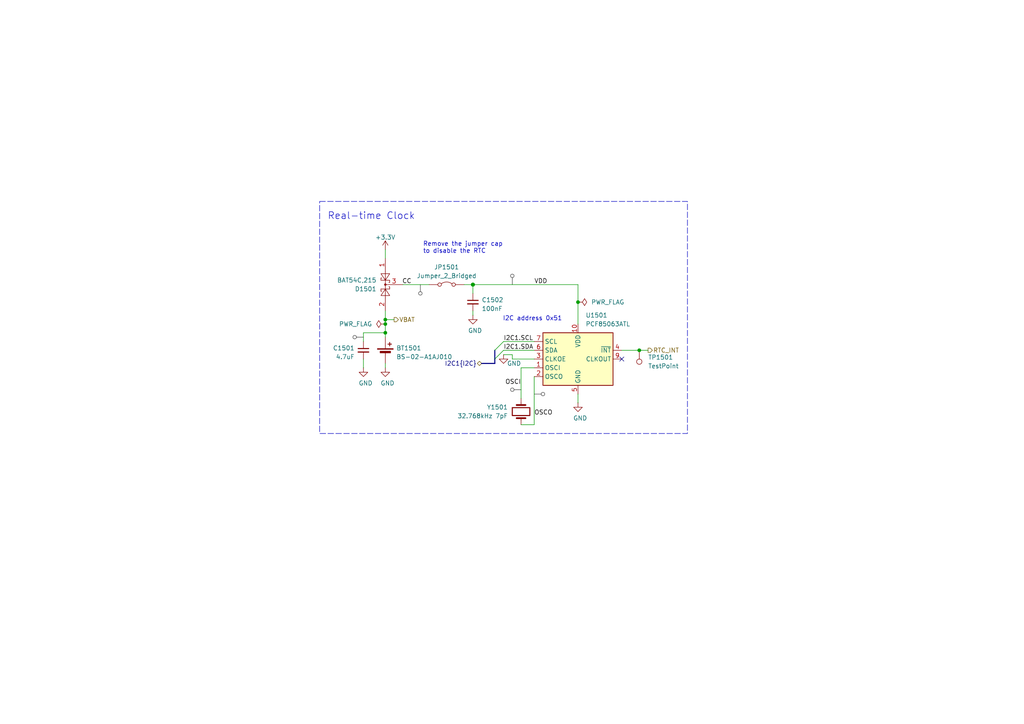
<source format=kicad_sch>
(kicad_sch (version 20250114) (generator "eeschema") (generator_version "9.0")
  (paper "A4")
  (title_block (title "HALPI2") (date "2025-01-26") (rev "v0.0.1") (company "Hat Labs Oy") (comment 1 "https://ohwr.org/cern_ohl_s_v2.pdf") (comment 2 "To view a copy of this license, visit ") (comment 3 "HALPI2 is licensed under CERN-OHL-S v2."))
  (lib_symbols
    (symbol "Connector:TestPoint" (pin_numbers (hide yes)) (pin_names (offset 0.762) (hide yes))
      (property "Reference" "TP" (at 0 6.858 0))
      (property "Value" "TestPoint" (at 0 5.08 0))
      (symbol "TestPoint_0_1"
        (circle (center 0 3.302) (radius 0.762))
      )
      (symbol "TestPoint_1_1"
        (pin passive line (at 0 0 90) (length 2.54) (name "1") (number "1"))
      )
    )
    (symbol "Device:Battery_Cell" (pin_numbers (hide yes)) (pin_names (offset 0) (hide yes))
      (property "Reference" "BT" (at 2.54 2.54 0))
      (property "Value" "Battery_Cell" (at 2.54 0 0))
      (symbol "Battery_Cell_0_1"
        (rectangle (start -2.286 1.778) (end 2.286 1.524) (fill (type outline)))
        (rectangle (start -1.524 1.016) (end 1.524 0.508) (fill (type outline)))
        (polyline (pts (xy 0 1.778) (xy 0 2.54)))
        (polyline (pts (xy 0 0.762) (xy 0 0)))
        (polyline (pts (xy 0.762 3.048) (xy 1.778 3.048)) (stroke (width 0.254)))
        (polyline (pts (xy 1.27 3.556) (xy 1.27 2.54)) (stroke (width 0.254)))
      )
      (symbol "Battery_Cell_1_1"
        (pin passive line (at 0 5.08 270) (length 2.54) (name "+") (number "1"))
        (pin passive line (at 0 -2.54 90) (length 2.54) (name "-") (number "2"))
      )
    )
    (symbol "Device:C_Small" (pin_numbers (hide yes)) (pin_names (offset 0.254) (hide yes))
      (property "Reference" "C" (at 0.254 1.778 0))
      (property "Value" "C_Small" (at 0.254 -2.032 0))
      (symbol "C_Small_0_1"
        (polyline (pts (xy -1.524 0.508) (xy 1.524 0.508)) (stroke (width 0.3048)))
        (polyline (pts (xy -1.524 -0.508) (xy 1.524 -0.508)) (stroke (width 0.3302)))
      )
      (symbol "C_Small_1_1"
        (pin passive line (at 0 2.54 270) (length 2.032) (name "~") (number "1"))
        (pin passive line (at 0 -2.54 90) (length 2.032) (name "~") (number "2"))
      )
    )
    (symbol "Device:Crystal" (pin_numbers (hide yes)) (pin_names (offset 1.016) (hide yes))
      (property "Reference" "Y" (at 0 3.81 0))
      (property "Value" "Crystal" (at 0 -3.81 0))
      (symbol "Crystal_0_1"
        (polyline (pts (xy -2.54 0) (xy -1.905 0)))
        (polyline (pts (xy -1.905 -1.27) (xy -1.905 1.27)) (stroke (width 0.508)))
        (rectangle (start -1.143 2.54) (end 1.143 -2.54) (stroke (width 0.3048)))
        (polyline (pts (xy 1.905 -1.27) (xy 1.905 1.27)) (stroke (width 0.508)))
        (polyline (pts (xy 2.54 0) (xy 1.905 0)))
      )
      (symbol "Crystal_1_1"
        (pin passive line (at -3.81 0 0) (length 1.27) (name "1") (number "1"))
        (pin passive line (at 3.81 0 180) (length 1.27) (name "2") (number "2"))
      )
    )
    (symbol "Diode:BAT54C" (pin_names (offset 1.016))
      (property "Reference" "D" (at 0.635 -3.81 0))
      (property "Value" "BAT54C" (at -6.35 3.175 0))
      (symbol "BAT54C_0_1"
        (polyline (pts (xy -3.175 -1.27) (xy -3.175 1.27) (xy -1.27 0) (xy -3.175 -1.27)))
        (polyline (pts (xy -1.905 1.27) (xy -1.905 1.016)))
        (polyline (pts (xy -1.905 0) (xy 1.905 0)))
        (polyline (pts (xy -1.27 1.27) (xy -1.27 -1.27)))
        (polyline (pts (xy -1.27 1.27) (xy -1.905 1.27)))
        (polyline (pts (xy -1.27 0) (xy -3.81 0)))
        (polyline (pts (xy -1.27 -1.27) (xy -0.635 -1.27)))
        (polyline (pts (xy -0.635 -1.27) (xy -0.635 -1.016)))
        (circle (center 0 0) (radius 0.254) (fill (type outline)))
        (polyline (pts (xy 0.635 -1.27) (xy 0.635 -1.016)))
        (polyline (pts (xy 1.27 1.27) (xy 1.27 -1.27)))
        (polyline (pts (xy 1.27 1.27) (xy 1.905 1.27)))
        (polyline (pts (xy 1.27 -1.27) (xy 0.635 -1.27)))
        (polyline (pts (xy 1.905 1.27) (xy 1.905 1.016)))
        (polyline (pts (xy 3.175 -1.27) (xy 3.175 1.27) (xy 1.27 0) (xy 3.175 -1.27)))
        (polyline (pts (xy 3.81 0) (xy 1.27 0)))
      )
      (symbol "BAT54C_1_1"
        (pin passive line (at -7.62 0 0) (length 3.81) (name "~") (number "1"))
        (pin passive line (at 0 -5.08 90) (length 5.08) (name "~") (number "3"))
        (pin passive line (at 7.62 0 180) (length 3.81) (name "~") (number "2"))
      )
    )
    (symbol "Hatlabs:Timer_RTC_PCF85063ATL"
      (property "Reference" "U" (at -10.16 8.89 0))
      (property "Value" "Timer_RTC_PCF85063ATL" (at 6.35 -8.89 0))
      (symbol "Timer_RTC_PCF85063ATL_0_1"
        (rectangle (start -10.16 7.62) (end 10.16 -7.62) (stroke (width 0.254)) (fill (type background)))
      )
      (symbol "Timer_RTC_PCF85063ATL_1_1"
        (pin input line (at -12.7 5.08 0) (length 2.54) (name "SCL") (number "7"))
        (pin bidirectional line (at -12.7 2.54 0) (length 2.54) (name "SDA") (number "6"))
        (pin input line (at -12.7 0 0) (length 2.54) (name "CLKOE") (number "3"))
        (pin input line (at -12.7 -2.54 0) (length 2.54) (name "OSCI") (number "1"))
        (pin output line (at -12.7 -5.08 0) (length 2.54) (name "OSCO") (number "2"))
        (pin power_in line (at 0 10.16 270) (length 2.54) (name "VDD") (number "10"))
        (pin power_in line (at 0 -10.16 90) (length 2.54) (hide yes) (name "GND") (number "11"))
        (pin power_in line (at 0 -10.16 90) (length 2.54) (name "GND") (number "5"))
        (pin no_connect line (at 12.7 5.08 180) (length 2.54) (hide yes) (name "NC") (number "8"))
        (pin output line (at 12.7 2.54 180) (length 2.54) (name "~{INT}") (number "4"))
        (pin output line (at 12.7 0 180) (length 2.54) (name "CLKOUT") (number "9"))
      )
    )
    (symbol "Jumper:Jumper_2_Bridged" (pin_numbers (hide yes)) (pin_names (offset 0) (hide yes)) (exclude_from_sim yes)
      (property "Reference" "JP" (at 0 1.905 0))
      (property "Value" "Jumper_2_Bridged" (at 0 -2.54 0))
      (symbol "Jumper_2_Bridged_0_0"
        (circle (center -2.032 0) (radius 0.508))
        (circle (center 2.032 0) (radius 0.508))
      )
      (symbol "Jumper_2_Bridged_0_1"
        (arc (start -1.524 0.254) (mid 0 0.762) (end 1.524 0.254))
      )
      (symbol "Jumper_2_Bridged_1_1"
        (pin passive line (at -5.08 0 0) (length 2.54) (name "A") (number "1"))
        (pin passive line (at 5.08 0 180) (length 2.54) (name "B") (number "2"))
      )
    )
    (symbol "power:+3.3V" (power) (pin_numbers (hide yes)) (pin_names (offset 0) (hide yes))
      (property "Value" "+3.3V" (at 0 3.556 0))
      (symbol "+3.3V_0_1"
        (polyline (pts (xy -0.762 1.27) (xy 0 2.54)))
        (polyline (pts (xy 0 2.54) (xy 0.762 1.27)))
        (polyline (pts (xy 0 0) (xy 0 2.54)))
      )
      (symbol "+3.3V_1_1"
        (pin power_in line (at 0 0 90) (length 0) (name "~") (number "1"))
      )
    )
    (symbol "power:GND" (power) (pin_numbers (hide yes)) (pin_names (offset 0) (hide yes))
      (property "Value" "GND" (at 0 -3.81 0))
      (symbol "GND_0_1"
        (polyline (pts (xy 0 0) (xy 0 -1.27) (xy 1.27 -1.27) (xy 0 -2.54) (xy -1.27 -1.27) (xy 0 -1.27)))
      )
      (symbol "GND_1_1"
        (pin power_in line (at 0 0 270) (length 0) (name "~") (number "1"))
      )
    )
    (symbol "power:PWR_FLAG" (power) (pin_numbers (hide yes)) (pin_names (offset 0) (hide yes))
      (property "Value" "PWR_FLAG" (at 0 3.81 0))
      (symbol "PWR_FLAG_0_0"
        (pin power_out line (at 0 0 90) (length 0) (name "~") (number "1"))
      )
      (symbol "PWR_FLAG_0_1"
        (polyline (pts (xy 0 0) (xy 0 1.27) (xy -1.016 1.905) (xy 0 2.54) (xy 1.016 1.905) (xy 0 1.27)))
      )
    )
  )
  (rectangle (start 92.71 58.42) (end 199.39 125.73) (stroke (width 0) (type dash)))
  (text "I2C address 0x51" (at 163.068 93.218 0) (effects (font (size 1.27 1.27)) (justify right bottom)))
  (text "Real-time Clock" (at 107.696 62.738 0) (effects (font (size 2 2))))
  (text "Remove the jumper cap\nto disable the RTC" (at 122.682 73.66 0) (effects (font (size 1.27 1.27)) (justify left bottom)))
  (junction (at 137.16 82.55) (diameter 1.016))
  (junction (at 111.76 93.98))
  (junction (at 111.76 96.52))
  (junction (at 111.76 92.71))
  (junction (at 167.64 87.63))
  (junction (at 185.42 101.6))
  (no_connect (at 180.34 104.14))
  (bus_entry (at 143.51 104.14) (size 2.54 -2.54))
  (bus_entry (at 143.51 101.6) (size 2.54 -2.54))
  (wire (pts (xy 114.3 92.71) (xy 111.76 92.71)))
  (wire (pts (xy 187.96 101.6) (xy 185.42 101.6)))
  (bus (pts (xy 143.51 101.6) (xy 143.51 104.14)))
  (wire (pts (xy 154.94 109.22) (xy 154.94 123.19)))
  (wire (pts (xy 151.13 106.68) (xy 151.13 115.57)))
  (wire (pts (xy 167.64 82.55) (xy 167.64 87.63)))
  (wire (pts (xy 146.05 101.6) (xy 154.94 101.6)))
  (wire (pts (xy 105.41 96.52) (xy 111.76 96.52)))
  (wire (pts (xy 111.76 93.98) (xy 111.76 96.52)))
  (wire (pts (xy 137.16 82.55) (xy 137.16 85.09)))
  (wire (pts (xy 111.76 72.39) (xy 111.76 74.93)))
  (wire (pts (xy 105.41 99.06) (xy 105.41 96.52)))
  (wire (pts (xy 105.41 104.14) (xy 105.41 106.68)))
  (wire (pts (xy 111.76 96.52) (xy 111.76 97.79)))
  (wire (pts (xy 151.13 106.68) (xy 154.94 106.68)))
  (wire (pts (xy 111.76 105.41) (xy 111.76 106.68)))
  (wire (pts (xy 134.62 82.55) (xy 137.16 82.55)))
  (wire (pts (xy 148.59 104.14) (xy 154.94 104.14)))
  (wire (pts (xy 116.84 82.55) (xy 124.46 82.55)))
  (wire (pts (xy 167.64 114.3) (xy 167.64 116.84)))
  (wire (pts (xy 137.16 90.17) (xy 137.16 91.44)))
  (wire (pts (xy 111.76 90.17) (xy 111.76 92.71)))
  (bus (pts (xy 143.51 104.14) (xy 143.51 105.41)))
  (wire (pts (xy 185.42 101.6) (xy 180.34 101.6)))
  (wire (pts (xy 111.76 92.71) (xy 111.76 93.98)))
  (wire (pts (xy 167.64 87.63) (xy 167.64 93.98)))
  (wire (pts (xy 151.13 123.19) (xy 154.94 123.19)))
  (wire (pts (xy 146.05 99.06) (xy 154.94 99.06)))
  (wire (pts (xy 146.05 102.87) (xy 148.59 102.87)))
  (wire (pts (xy 148.59 102.87) (xy 148.59 104.14)))
  (wire (pts (xy 137.16 82.55) (xy 167.64 82.55)))
  (bus (pts (xy 143.51 105.41) (xy 139.7 105.41)))
  (label "I2C1.SDA" (at 146.05 101.6 0))
  (label "OSCI" (at 151.13 111.76 180))
  (label "OSCO" (at 154.94 120.65 0))
  (label "VDD" (at 154.94 82.55 0))
  (label "I2C1.SCL" (at 146.05 99.06 0))
  (label "CC" (at 119.38 82.55 180))
  (hierarchical_label "VBAT" (shape output) (at 114.3 92.71 0))
  (hierarchical_label "I2C1{I2C}" (shape bidirectional) (at 139.7 105.41 180))
  (hierarchical_label "RTC_INT" (shape output) (at 187.96 101.6 0))
  (netclass_flag "" (length 2.54) (shape round) (at 105.41 97.79 90) (property "Netclass" "Power" (effects (hide yes))))
  (netclass_flag "" (length 2.54) (shape round) (at 151.13 113.03 90) (property "Netclass" "Digital" (effects (hide yes))))
  (netclass_flag "" (length 2.54) (shape round) (at 121.92 82.55 180) (property "Netclass" "Power" (effects (hide yes))))
  (netclass_flag "" (length 2.54) (shape round) (at 154.94 114.3 270) (property "Netclass" "Digital" (effects (hide yes))))
  (netclass_flag "" (length 2.54) (shape round) (at 148.59 82.55 0) (property "Netclass" "Power" (effects (hide yes))))
  (symbol (lib_id "Device:Crystal") (at 151.13 119.38 90) (unit 1)
    (property "Reference" "Y1501" (at 147.32 118.1099 90) (effects (justify left)))
    (property "Value" "32.768kHz 7pF" (at 147.32 120.6499 90) (effects (justify left)))
    (property "Footprint" "Crystal:Crystal_SMD_3215-2Pin_3.2x1.5mm" (effects (hide yes)))
    (property "LCSC" "C48615" (effects (hide yes)))
    (property "Field8" "Q13FC13500002" (effects (hide yes)))
  )
  (symbol (lib_id "power:PWR_FLAG") (at 167.64 87.63 270) (unit 1)
    (property "Reference" "#FLG01502" (effects (hide yes)))
    (property "Value" "PWR_FLAG" (at 171.45 87.6301 90) (effects (justify left)))
    (property "Description" "Special symbol for telling ERC where power comes from" (effects (hide yes)))
  )
  (symbol (lib_id "Diode:BAT54C") (at 111.76 82.55 90) (mirror x) (unit 1)
    (property "Reference" "D1501" (at 109.22 83.82 90) (effects (justify left)))
    (property "Value" "BAT54C,215" (at 109.22 81.28 90) (effects (justify left)))
    (property "Footprint" "Package_TO_SOT_SMD:SOT-23" (effects (hide yes)))
    (property "Datasheet" "http://www.diodes.com/_files/datasheets/ds11005.pdf" (effects (hide yes)))
    (property "LCSC" "C37704" (effects (hide yes)))
  )
  (symbol (lib_id "power:GND") (at 167.64 116.84 0) (unit 1)
    (property "Reference" "#PWR01506" (effects (hide yes)))
    (property "Value" "GND" (at 168.275 121.285 0))
    (property "Description" "Power symbol creates a global label with name \"GND\" , ground" (effects (hide yes)))
  )
  (symbol (lib_id "Connector:TestPoint") (at 185.42 101.6 180) (unit 1)
    (property "Reference" "TP1501" (at 187.96 103.6319 0) (effects (justify right)))
    (property "Value" "TestPoint" (at 187.96 106.1719 0) (effects (justify right)))
    (property "Footprint" "TestPoint:TestPoint_Pad_D1.0mm" (effects (hide yes)))
    (property "Description" "test point" (effects (hide yes)))
  )
  (symbol (lib_id "Device:Battery_Cell") (at 111.76 102.87 0) (unit 1)
    (property "Reference" "BT1501" (at 114.935 100.965 0) (effects (justify left)))
    (property "Value" "BS-02-A1AJ010" (at 114.935 103.505 0) (effects (justify left)))
    (property "Footprint" "Hatlabs:BAT-TH_BS-02-A1AJ010" (effects (hide yes)))
    (property "Description" "Single-cell battery" (effects (hide yes)))
    (property "LCSC" "C5239862" (effects (hide yes)))
  )
  (symbol (lib_id "power:GND") (at 111.76 106.68 0) (unit 1)
    (property "Reference" "#PWR01503" (effects (hide yes)))
    (property "Value" "GND" (at 112.395 111.125 0))
    (property "Description" "Power symbol creates a global label with name \"GND\" , ground" (effects (hide yes)))
  )
  (symbol (lib_id "power:GND") (at 137.16 91.44 0) (unit 1)
    (property "Reference" "#PWR01504" (effects (hide yes)))
    (property "Value" "GND" (at 137.795 95.885 0))
    (property "Description" "Power symbol creates a global label with name \"GND\" , ground" (effects (hide yes)))
  )
  (symbol (lib_id "Hatlabs:Timer_RTC_PCF85063ATL") (at 167.64 104.14 0) (unit 1)
    (property "Reference" "U1501" (at 169.8341 91.44 0) (effects (justify left)))
    (property "Value" "PCF85063ATL" (at 169.8341 93.98 0) (effects (justify left)))
    (property "Footprint" "Package_DFN_QFN:DFN-10-1EP_2.6x2.6mm_P0.5mm_EP1.3x2.2mm" (effects (hide yes)))
    (property "Datasheet" "https://www.nxp.com/docs/en/data-sheet/PCF85063A.pdf" (effects (hide yes)))
    (property "Description" "I2C Real-Time Clock Calendar w/ Alarm, DFN-10" (effects (hide yes)))
    (property "LCSC" "C404360" (effects (hide yes)))
    (property "Component Class" "fine_pitch" (effects (hide yes)))
  )
  (symbol (lib_id "power:PWR_FLAG") (at 111.76 93.98 90) (unit 1)
    (property "Reference" "#FLG01501" (effects (hide yes)))
    (property "Value" "PWR_FLAG" (at 107.95 93.9799 90) (effects (justify left)))
    (property "Description" "Special symbol for telling ERC where power comes from" (effects (hide yes)))
  )
  (symbol (lib_id "power:GND") (at 105.41 106.68 0) (unit 1)
    (property "Reference" "#PWR01501" (effects (hide yes)))
    (property "Value" "GND" (at 106.045 111.125 0))
    (property "Description" "Power symbol creates a global label with name \"GND\" , ground" (effects (hide yes)))
  )
  (symbol (lib_id "power:+3.3V") (at 111.76 72.39 0) (unit 1)
    (property "Reference" "#PWR01502" (effects (hide yes)))
    (property "Value" "+3.3V" (at 111.76 68.834 0))
    (property "Description" "Power symbol creates a global label with name \"+3.3V\"" (effects (hide yes)))
  )
  (symbol (lib_id "Device:C_Small") (at 105.41 101.6 0) (mirror y) (unit 1)
    (property "Reference" "C1501" (at 102.87 100.965 0) (effects (justify left)))
    (property "Value" "4.7uF" (at 102.87 103.505 0) (effects (justify left)))
    (property "Footprint" "Capacitor_SMD:C_0402_1005Metric" (effects (hide yes)))
    (property "LCSC" "C23733" (effects (hide yes)))
  )
  (symbol (lib_id "Jumper:Jumper_2_Bridged") (at 129.54 82.55 0) (unit 1)
    (property "Reference" "JP1501" (at 129.54 77.47 0))
    (property "Value" "Jumper_2_Bridged" (at 129.54 80.01 0))
    (property "Footprint" "Connector_PinHeader_2.54mm:PinHeader_1x02_P2.54mm_Vertical" (effects (hide yes)))
    (property "Description" "Jumper, 2-pole, closed/bridged" (effects (hide yes)))
    (property "LCSC" "C492401" (effects (hide yes)))
  )
  (symbol (lib_id "Device:C_Small") (at 137.16 87.63 0) (unit 1)
    (property "Reference" "C1502" (at 139.7 86.995 0) (effects (justify left)))
    (property "Value" "100nF" (at 139.7 89.535 0) (effects (justify left)))
    (property "Footprint" "Capacitor_SMD:C_0402_1005Metric" (effects (hide yes)))
    (property "LCSC" "C1525" (effects (hide yes)))
  )
  (symbol (lib_id "power:GND") (at 146.05 102.87 0) (unit 1)
    (property "Reference" "#PWR01505" (effects (hide yes)))
    (property "Value" "GND" (at 149.098 105.41 0))
    (property "Description" "Power symbol creates a global label with name \"GND\" , ground" (effects (hide yes)))
  )
)
</source>
